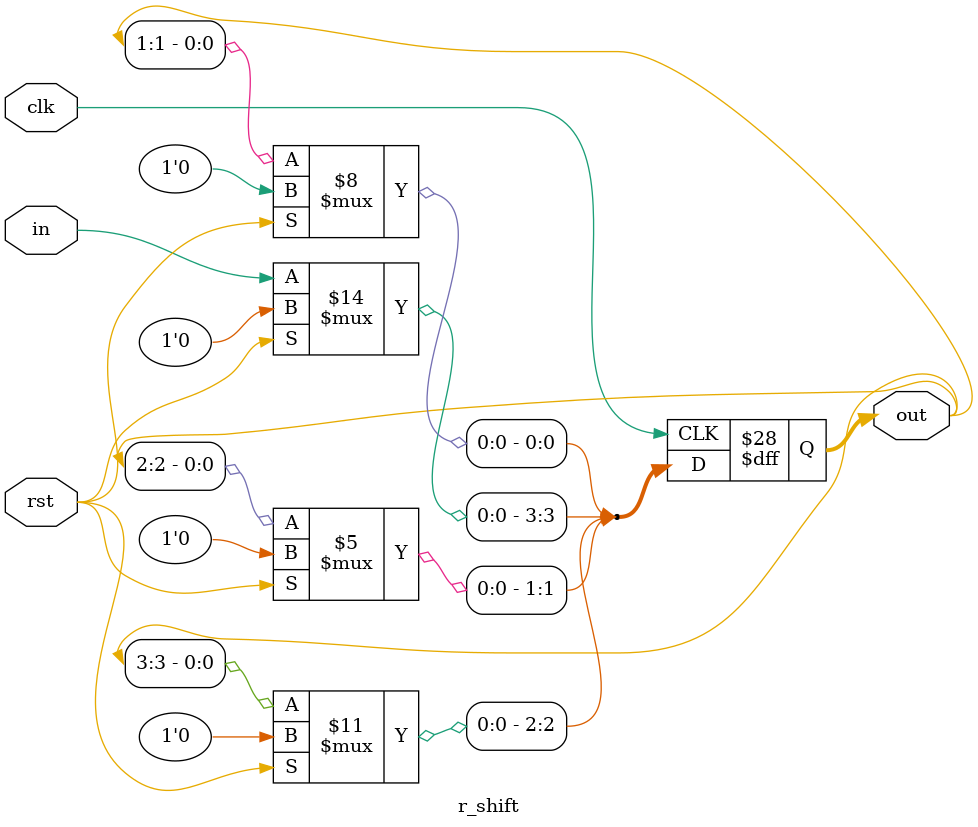
<source format=v>
`timescale 1ns / 1ps


module r_shift(clk, rst, in, out);

    input clk, rst, in;
    output [3:0] out;
    reg[3:0] out;
    reg [3:0] temp;
    
    
    initial out = 4'b1000;
    
        
        always @(posedge clk)begin
        
        if(rst == 1'b1) out = 4'b0000;
        else begin
        temp[0] = out[0];
        temp[1] = out[1];
        temp[2] = out[2];
        temp[3] = out[3];
        
        out[3] = in;
        out[2] = temp[3];
        out[1] = temp[2];
        out[0] = temp[1];
        
        end
        
        end
    
endmodule

</source>
